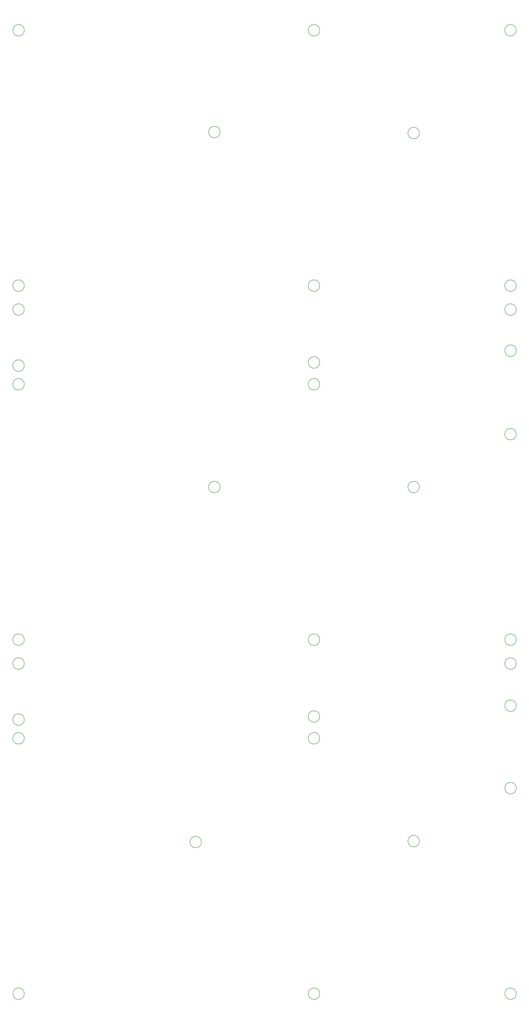
<source format=gbr>
%TF.GenerationSoftware,KiCad,Pcbnew,8.0.6*%
%TF.CreationDate,2024-11-17T06:17:46-07:00*%
%TF.ProjectId,framework,6672616d-6577-46f7-926b-2e6b69636164,1*%
%TF.SameCoordinates,Original*%
%TF.FileFunction,Other,Comment*%
%FSLAX46Y46*%
G04 Gerber Fmt 4.6, Leading zero omitted, Abs format (unit mm)*
G04 Created by KiCad (PCBNEW 8.0.6) date 2024-11-17 06:17:46*
%MOMM*%
%LPD*%
G01*
G04 APERTURE LIST*
%ADD10C,0.150000*%
G04 APERTURE END LIST*
D10*
%TO.C,REF\u002A\u002A*%
X285459470Y-205878625D02*
G75*
G02*
X281059470Y-205878625I-2200000J0D01*
G01*
X281059470Y-205878625D02*
G75*
G02*
X285459470Y-205878625I2200000J0D01*
G01*
X97339750Y-190163000D02*
G75*
G02*
X92939750Y-190163000I-2200000J0D01*
G01*
X92939750Y-190163000D02*
G75*
G02*
X97339750Y-190163000I2200000J0D01*
G01*
X210305375Y-354088000D02*
G75*
G02*
X205905375Y-354088000I-2200000J0D01*
G01*
X205905375Y-354088000D02*
G75*
G02*
X210305375Y-354088000I2200000J0D01*
G01*
X97339750Y-354088000D02*
G75*
G02*
X92939750Y-354088000I-2200000J0D01*
G01*
X92939750Y-354088000D02*
G75*
G02*
X97339750Y-354088000I2200000J0D01*
G01*
X210305860Y-210403590D02*
G75*
G02*
X205905860Y-210403590I-2200000J0D01*
G01*
X205905860Y-210403590D02*
G75*
G02*
X210305860Y-210403590I2200000J0D01*
G01*
X172205375Y-258028625D02*
G75*
G02*
X167805375Y-258028625I-2200000J0D01*
G01*
X167805375Y-258028625D02*
G75*
G02*
X172205375Y-258028625I2200000J0D01*
G01*
X172205375Y-122297375D02*
G75*
G02*
X167805375Y-122297375I-2200000J0D01*
G01*
X167805375Y-122297375D02*
G75*
G02*
X172205375Y-122297375I2200000J0D01*
G01*
X97339750Y-181019250D02*
G75*
G02*
X92939750Y-181019250I-2200000J0D01*
G01*
X92939750Y-181019250D02*
G75*
G02*
X97339750Y-181019250I2200000J0D01*
G01*
X210305375Y-83388000D02*
G75*
G02*
X205905375Y-83388000I-2200000J0D01*
G01*
X205905375Y-83388000D02*
G75*
G02*
X210305375Y-83388000I2200000J0D01*
G01*
X97339750Y-316369250D02*
G75*
G02*
X92939750Y-316369250I-2200000J0D01*
G01*
X92939750Y-316369250D02*
G75*
G02*
X97339750Y-316369250I2200000J0D01*
G01*
X248405375Y-258028625D02*
G75*
G02*
X244005375Y-258028625I-2200000J0D01*
G01*
X244005375Y-258028625D02*
G75*
G02*
X248405375Y-258028625I2200000J0D01*
G01*
X97339750Y-346944220D02*
G75*
G02*
X92939750Y-346944220I-2200000J0D01*
G01*
X92939750Y-346944220D02*
G75*
G02*
X97339750Y-346944220I2200000J0D01*
G01*
X285458500Y-451719250D02*
G75*
G02*
X281058500Y-451719250I-2200000J0D01*
G01*
X281058500Y-451719250D02*
G75*
G02*
X285458500Y-451719250I2200000J0D01*
G01*
X210305375Y-316369250D02*
G75*
G02*
X205905375Y-316369250I-2200000J0D01*
G01*
X205905375Y-316369250D02*
G75*
G02*
X210305375Y-316369250I2200000J0D01*
G01*
X285458500Y-373138000D02*
G75*
G02*
X281058500Y-373138000I-2200000J0D01*
G01*
X281058500Y-373138000D02*
G75*
G02*
X285458500Y-373138000I2200000J0D01*
G01*
X285459470Y-341609875D02*
G75*
G02*
X281059470Y-341609875I-2200000J0D01*
G01*
X281059470Y-341609875D02*
G75*
G02*
X285459470Y-341609875I2200000J0D01*
G01*
X248405375Y-122678625D02*
G75*
G02*
X244005375Y-122678625I-2200000J0D01*
G01*
X244005375Y-122678625D02*
G75*
G02*
X248405375Y-122678625I2200000J0D01*
G01*
X285458500Y-181019250D02*
G75*
G02*
X281058500Y-181019250I-2200000J0D01*
G01*
X281058500Y-181019250D02*
G75*
G02*
X285458500Y-181019250I2200000J0D01*
G01*
X285458500Y-190163000D02*
G75*
G02*
X281058500Y-190163000I-2200000J0D01*
G01*
X281058500Y-190163000D02*
G75*
G02*
X285458500Y-190163000I2200000J0D01*
G01*
X97339750Y-325513000D02*
G75*
G02*
X92939750Y-325513000I-2200000J0D01*
G01*
X92939750Y-325513000D02*
G75*
G02*
X97339750Y-325513000I2200000J0D01*
G01*
X97339750Y-83388000D02*
G75*
G02*
X92939750Y-83388000I-2200000J0D01*
G01*
X92939750Y-83388000D02*
G75*
G02*
X97339750Y-83388000I2200000J0D01*
G01*
X248405375Y-393378625D02*
G75*
G02*
X244005375Y-393378625I-2200000J0D01*
G01*
X244005375Y-393378625D02*
G75*
G02*
X248405375Y-393378625I2200000J0D01*
G01*
X97339750Y-451719250D02*
G75*
G02*
X92939750Y-451719250I-2200000J0D01*
G01*
X92939750Y-451719250D02*
G75*
G02*
X97339750Y-451719250I2200000J0D01*
G01*
X285458500Y-325513000D02*
G75*
G02*
X281058500Y-325513000I-2200000J0D01*
G01*
X281058500Y-325513000D02*
G75*
G02*
X285458500Y-325513000I2200000J0D01*
G01*
X97339750Y-211594220D02*
G75*
G02*
X92939750Y-211594220I-2200000J0D01*
G01*
X92939750Y-211594220D02*
G75*
G02*
X97339750Y-211594220I2200000J0D01*
G01*
X210305860Y-345753590D02*
G75*
G02*
X205905860Y-345753590I-2200000J0D01*
G01*
X205905860Y-345753590D02*
G75*
G02*
X210305860Y-345753590I2200000J0D01*
G01*
X165061625Y-393759875D02*
G75*
G02*
X160661625Y-393759875I-2200000J0D01*
G01*
X160661625Y-393759875D02*
G75*
G02*
X165061625Y-393759875I2200000J0D01*
G01*
X97339750Y-218738000D02*
G75*
G02*
X92939750Y-218738000I-2200000J0D01*
G01*
X92939750Y-218738000D02*
G75*
G02*
X97339750Y-218738000I2200000J0D01*
G01*
X210305375Y-181019250D02*
G75*
G02*
X205905375Y-181019250I-2200000J0D01*
G01*
X205905375Y-181019250D02*
G75*
G02*
X210305375Y-181019250I2200000J0D01*
G01*
X285458500Y-316369250D02*
G75*
G02*
X281058500Y-316369250I-2200000J0D01*
G01*
X281058500Y-316369250D02*
G75*
G02*
X285458500Y-316369250I2200000J0D01*
G01*
X285458500Y-237788000D02*
G75*
G02*
X281058500Y-237788000I-2200000J0D01*
G01*
X281058500Y-237788000D02*
G75*
G02*
X285458500Y-237788000I2200000J0D01*
G01*
X210305375Y-451719250D02*
G75*
G02*
X205905375Y-451719250I-2200000J0D01*
G01*
X205905375Y-451719250D02*
G75*
G02*
X210305375Y-451719250I2200000J0D01*
G01*
X210305375Y-218738000D02*
G75*
G02*
X205905375Y-218738000I-2200000J0D01*
G01*
X205905375Y-218738000D02*
G75*
G02*
X210305375Y-218738000I2200000J0D01*
G01*
X285458500Y-83388000D02*
G75*
G02*
X281058500Y-83388000I-2200000J0D01*
G01*
X281058500Y-83388000D02*
G75*
G02*
X285458500Y-83388000I2200000J0D01*
G01*
%TD*%
M02*

</source>
